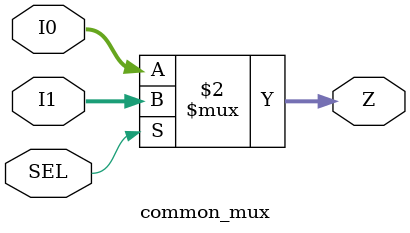
<source format=v>
/*
 * Module: w_icons_mgmt
 * Author: Ali Zeinolabedin
 * Date  : 
 */
`timescale 1ns/1ps
module common_mux (
    I0,
    I1,
    SEL,
    Z
);
    parameter  IN_W   = 8;
    input  [IN_W-1:0] I0;
    input  [IN_W-1:0] I1;
    input SEL;
    output [IN_W-1:0] Z;

    assign Z = (SEL == 1'b1) ? I1 : I0 ;

endmodule
</source>
